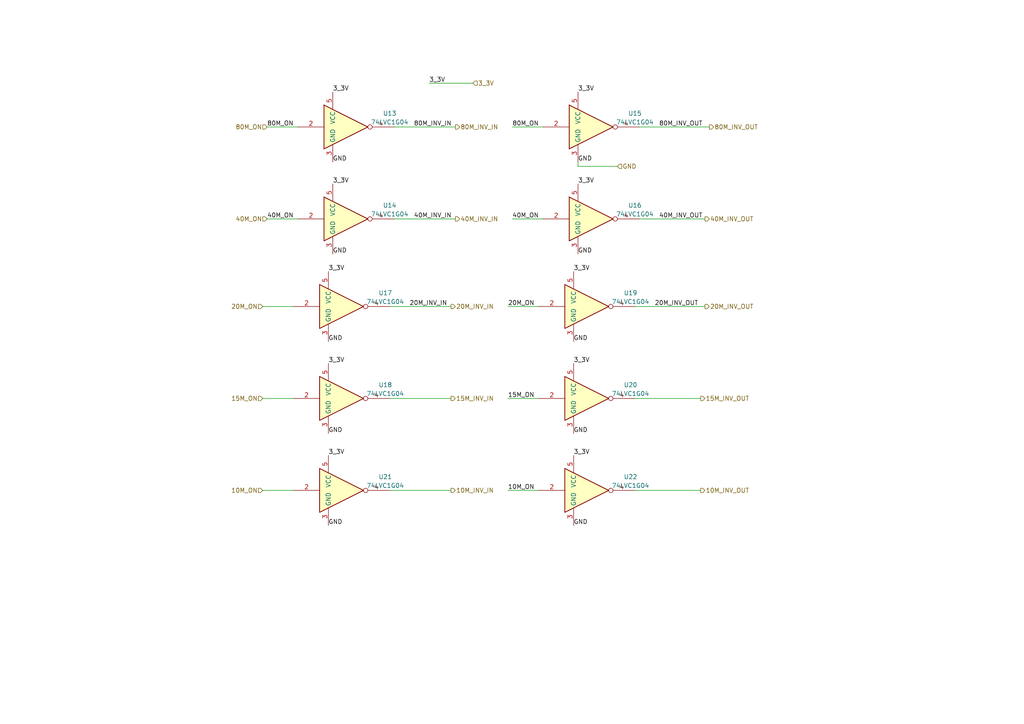
<source format=kicad_sch>
(kicad_sch (version 20231120) (generator "eeschema") (generator_version "8.0")
  (paper "A4")
  (lib_symbols
    (symbol "74xGxx:74LVC1G04"
      (property "Reference" "U" (at 0 7.62 0))
      (property "Value" "74LVC1G04" (at 5.08 -7.62 0))
      (symbol "74LVC1G04_0_1"
        (polyline (pts (xy -7.62 6.35) (xy -7.62 -6.35) (xy 5.08 0) (xy -7.62 6.35)) (stroke (width 0.254)) (fill (type background)))
      )
      (symbol "74LVC1G04_1_1"
        (pin input line (at -15.24 0 0) (length 7.62) (name "~") (number "2"))
        (pin power_in line (at -5.08 -10.16 90) (length 5.08) (name "GND") (number "3"))
        (pin output inverted (at 12.7 0 180) (length 7.62) (name "~") (number "4"))
        (pin power_in line (at -5.08 10.16 270) (length 5.08) (name "VCC") (number "5"))
      )
    )
  )
  (wire (pts (xy 113.03 115.57) (xy 130.81 115.57)))
  (wire (pts (xy 113.03 142.24) (xy 130.81 142.24)))
  (wire (pts (xy 185.42 36.83) (xy 205.74 36.83)))
  (wire (pts (xy 124.46 24.13) (xy 137.16 24.13)))
  (wire (pts (xy 148.59 36.83) (xy 157.48 36.83)))
  (wire (pts (xy 76.2 115.57) (xy 85.09 115.57)))
  (wire (pts (xy 147.32 115.57) (xy 156.21 115.57)))
  (wire (pts (xy 148.59 63.5) (xy 157.48 63.5)))
  (wire (pts (xy 77.47 36.83) (xy 86.36 36.83)))
  (wire (pts (xy 167.64 48.26) (xy 179.07 48.26)))
  (wire (pts (xy 147.32 142.24) (xy 156.21 142.24)))
  (wire (pts (xy 77.47 63.5) (xy 86.36 63.5)))
  (wire (pts (xy 113.03 88.9) (xy 130.81 88.9)))
  (wire (pts (xy 184.15 115.57) (xy 203.2 115.57)))
  (wire (pts (xy 114.3 63.5) (xy 132.08 63.5)))
  (wire (pts (xy 147.32 88.9) (xy 156.21 88.9)))
  (wire (pts (xy 185.42 63.5) (xy 204.47 63.5)))
  (wire (pts (xy 114.3 36.83) (xy 132.08 36.83)))
  (wire (pts (xy 184.15 142.24) (xy 203.2 142.24)))
  (wire (pts (xy 76.2 142.24) (xy 85.09 142.24)))
  (wire (pts (xy 167.64 48.26) (xy 167.64 46.99)))
  (wire (pts (xy 184.15 88.9) (xy 204.47 88.9)))
  (wire (pts (xy 76.2 88.9) (xy 85.09 88.9)))
  (label "GND" (at 95.25 152.4 0))
  (label "3_3V" (at 95.25 132.08 0))
  (label "80M_INV_OUT" (at 191.135 36.83 0))
  (label "GND" (at 95.25 99.06 0))
  (label "3_3V" (at 96.52 26.67 0))
  (label "GND" (at 95.25 125.73 0))
  (label "40M_ON" (at 148.59 63.5 0))
  (label "40M_ON" (at 77.47 63.5 0))
  (label "80M_ON" (at 77.47 36.83 0))
  (label "15M_ON" (at 147.32 115.57 0))
  (label "GND" (at 96.52 46.99 0))
  (label "20M_INV_OUT" (at 189.865 88.9 0))
  (label "3_3V" (at 167.64 26.67 0))
  (label "GND" (at 166.37 125.73 0))
  (label "80M_ON" (at 148.59 36.83 0))
  (label "3_3V" (at 166.37 132.08 0))
  (label "10M_ON" (at 147.32 142.24 0))
  (label "GND" (at 96.52 73.66 0))
  (label "20M_INV_IN" (at 118.745 88.9 0))
  (label "GND" (at 167.64 46.99 0))
  (label "3_3V" (at 124.46 24.13 0))
  (label "3_3V" (at 95.25 105.41 0))
  (label "GND" (at 166.37 99.06 0))
  (label "3_3V" (at 166.37 105.41 0))
  (label "80M_INV_IN" (at 120.015 36.83 0))
  (label "40M_INV_IN" (at 120.015 63.5 0))
  (label "3_3V" (at 96.52 53.34 0))
  (label "GND" (at 166.37 152.4 0))
  (label "GND" (at 167.64 73.66 0))
  (label "3_3V" (at 95.25 78.74 0))
  (label "40M_INV_OUT" (at 191.135 63.5 0))
  (label "3_3V" (at 167.64 53.34 0))
  (label "3_3V" (at 166.37 78.74 0))
  (label "20M_ON" (at 147.32 88.9 0))
  (hierarchical_label "20M_ON" (shape input) (at 76.2 88.9 180))
  (hierarchical_label "10M_ON" (shape input) (at 76.2 142.24 180))
  (hierarchical_label "40M_INV_OUT" (shape output) (at 204.47 63.5 0))
  (hierarchical_label "15M_INV_IN" (shape output) (at 130.81 115.57 0))
  (hierarchical_label "20M_INV_OUT" (shape output) (at 204.47 88.9 0))
  (hierarchical_label "20M_INV_IN" (shape output) (at 130.81 88.9 0))
  (hierarchical_label "40M_ON" (shape input) (at 77.47 63.5 180))
  (hierarchical_label "10M_INV_OUT" (shape output) (at 203.2 142.24 0))
  (hierarchical_label "10M_INV_IN" (shape output) (at 130.81 142.24 0))
  (hierarchical_label "80M_INV_OUT" (shape output) (at 205.74 36.83 0))
  (hierarchical_label "80M_ON" (shape input) (at 77.47 36.83 180))
  (hierarchical_label "40M_INV_IN" (shape output) (at 132.08 63.5 0))
  (hierarchical_label "3_3V" (shape input) (at 137.16 24.13 0))
  (hierarchical_label "80M_INV_IN" (shape output) (at 132.08 36.83 0))
  (hierarchical_label "GND" (shape input) (at 179.07 48.26 0))
  (hierarchical_label "15M_INV_OUT" (shape output) (at 203.2 115.57 0))
  (hierarchical_label "15M_ON" (shape input) (at 76.2 115.57 180))
  (symbol (lib_id "74xGxx:74LVC1G04") (at 101.6 36.83 0) (unit 1) (exclude_from_sim yes)
    (property "Reference" "U13" (at 113.03 32.8931 0))
    (property "Value" "74LVC1G04" (at 113.03 35.4331 0))
    (property "Footprint" "digikey-footprints:SOT-353" (effects (hide yes)))
    (property "Datasheet" "https://www.ti.com/lit/ds/symlink/sn74lvc1g04.pdf" (effects (hide yes)))
  )
  (symbol (lib_id "74xGxx:74LVC1G04") (at 171.45 115.57 0) (unit 1) (exclude_from_sim yes)
    (property "Reference" "U20" (at 182.88 111.6331 0))
    (property "Value" "74LVC1G04" (at 182.88 114.1731 0))
    (property "Footprint" "digikey-footprints:SOT-353" (effects (hide yes)))
    (property "Datasheet" "https://www.ti.com/lit/ds/symlink/sn74lvc1g04.pdf" (effects (hide yes)))
  )
  (symbol (lib_id "74xGxx:74LVC1G04") (at 171.45 142.24 0) (unit 1) (exclude_from_sim yes)
    (property "Reference" "U22" (at 182.88 138.3031 0))
    (property "Value" "74LVC1G04" (at 182.88 140.8431 0))
    (property "Footprint" "digikey-footprints:SOT-353" (effects (hide yes)))
    (property "Datasheet" "https://www.ti.com/lit/ds/symlink/sn74lvc1g04.pdf" (effects (hide yes)))
  )
  (symbol (lib_id "74xGxx:74LVC1G04") (at 172.72 36.83 0) (unit 1) (exclude_from_sim yes)
    (property "Reference" "U15" (at 184.15 32.8931 0))
    (property "Value" "74LVC1G04" (at 184.15 35.4331 0))
    (property "Footprint" "digikey-footprints:SOT-353" (effects (hide yes)))
    (property "Datasheet" "https://www.ti.com/lit/ds/symlink/sn74lvc1g04.pdf" (effects (hide yes)))
  )
  (symbol (lib_id "74xGxx:74LVC1G04") (at 100.33 88.9 0) (unit 1) (exclude_from_sim yes)
    (property "Reference" "U17" (at 111.76 84.9631 0))
    (property "Value" "74LVC1G04" (at 111.76 87.5031 0))
    (property "Footprint" "digikey-footprints:SOT-353" (effects (hide yes)))
    (property "Datasheet" "https://www.ti.com/lit/ds/symlink/sn74lvc1g04.pdf" (effects (hide yes)))
  )
  (symbol (lib_id "74xGxx:74LVC1G04") (at 101.6 63.5 0) (unit 1) (exclude_from_sim yes)
    (property "Reference" "U14" (at 113.03 59.5631 0))
    (property "Value" "74LVC1G04" (at 113.03 62.1031 0))
    (property "Footprint" "digikey-footprints:SOT-353" (effects (hide yes)))
    (property "Datasheet" "https://www.ti.com/lit/ds/symlink/sn74lvc1g04.pdf" (effects (hide yes)))
  )
  (symbol (lib_id "74xGxx:74LVC1G04") (at 172.72 63.5 0) (unit 1) (exclude_from_sim yes)
    (property "Reference" "U16" (at 184.15 59.5631 0))
    (property "Value" "74LVC1G04" (at 184.15 62.1031 0))
    (property "Footprint" "digikey-footprints:SOT-353" (effects (hide yes)))
    (property "Datasheet" "https://www.ti.com/lit/ds/symlink/sn74lvc1g04.pdf" (effects (hide yes)))
  )
  (symbol (lib_id "74xGxx:74LVC1G04") (at 171.45 88.9 0) (unit 1) (exclude_from_sim yes)
    (property "Reference" "U19" (at 182.88 84.9631 0))
    (property "Value" "74LVC1G04" (at 182.88 87.5031 0))
    (property "Footprint" "digikey-footprints:SOT-353" (effects (hide yes)))
    (property "Datasheet" "https://www.ti.com/lit/ds/symlink/sn74lvc1g04.pdf" (effects (hide yes)))
  )
  (symbol (lib_id "74xGxx:74LVC1G04") (at 100.33 115.57 0) (unit 1) (exclude_from_sim yes)
    (property "Reference" "U18" (at 111.76 111.6331 0))
    (property "Value" "74LVC1G04" (at 111.76 114.1731 0))
    (property "Footprint" "digikey-footprints:SOT-353" (effects (hide yes)))
    (property "Datasheet" "https://www.ti.com/lit/ds/symlink/sn74lvc1g04.pdf" (effects (hide yes)))
  )
  (symbol (lib_id "74xGxx:74LVC1G04") (at 100.33 142.24 0) (unit 1) (exclude_from_sim yes)
    (property "Reference" "U21" (at 111.76 138.3031 0))
    (property "Value" "74LVC1G04" (at 111.76 140.8431 0))
    (property "Footprint" "digikey-footprints:SOT-353" (effects (hide yes)))
    (property "Datasheet" "https://www.ti.com/lit/ds/symlink/sn74lvc1g04.pdf" (effects (hide yes)))
  )
)
</source>
